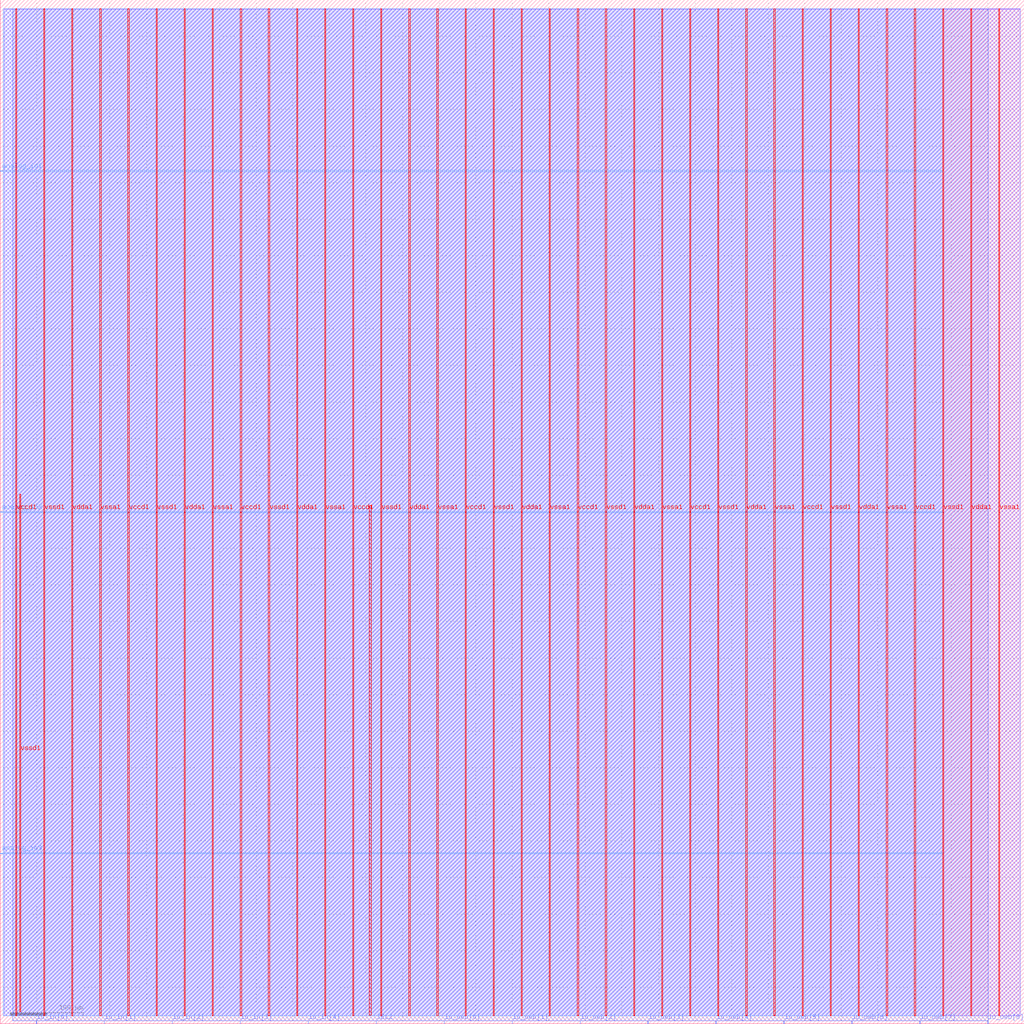
<source format=lef>
VERSION 5.7 ;
  NOWIREEXTENSIONATPIN ON ;
  DIVIDERCHAR "/" ;
  BUSBITCHARS "[]" ;
MACRO user_proj_example
  CLASS BLOCK ;
  FOREIGN user_proj_example ;
  ORIGIN 0.000 0.000 ;
  SIZE 1400.000 BY 1400.000 ;
  PIN SEL2
    DIRECTION INPUT ;
    USE SIGNAL ;
    ANTENNAGATEAREA 0.247500 ;
    PORT
      LAYER met2 ;
        RECT 513.910 0.000 514.190 4.000 ;
    END
  END SEL2
  PIN analog_io1
    DIRECTION INOUT ;
    USE SIGNAL ;
    ANTENNADIFFAREA 0.434700 ;
    PORT
      LAYER met3 ;
        RECT 0.000 1165.560 4.000 1166.160 ;
    END
  END analog_io1
  PIN analog_io2
    DIRECTION INOUT ;
    USE SIGNAL ;
    ANTENNADIFFAREA 0.434700 ;
    PORT
      LAYER met3 ;
        RECT 0.000 699.080 4.000 699.680 ;
    END
  END analog_io2
  PIN analog_io3
    DIRECTION INOUT ;
    USE SIGNAL ;
    ANTENNADIFFAREA 0.434700 ;
    PORT
      LAYER met3 ;
        RECT 0.000 232.600 4.000 233.200 ;
    END
  END analog_io3
  PIN io_in[0]
    DIRECTION INPUT ;
    USE SIGNAL ;
    ANTENNAGATEAREA 0.159000 ;
    PORT
      LAYER met2 ;
        RECT 49.310 0.000 49.590 4.000 ;
    END
  END io_in[0]
  PIN io_in[1]
    DIRECTION INPUT ;
    USE SIGNAL ;
    ANTENNAGATEAREA 0.213000 ;
    PORT
      LAYER met2 ;
        RECT 142.230 0.000 142.510 4.000 ;
    END
  END io_in[1]
  PIN io_in[2]
    DIRECTION INPUT ;
    USE SIGNAL ;
    ANTENNAGATEAREA 0.213000 ;
    PORT
      LAYER met2 ;
        RECT 235.150 0.000 235.430 4.000 ;
    END
  END io_in[2]
  PIN io_in[3]
    DIRECTION INPUT ;
    USE SIGNAL ;
    ANTENNAGATEAREA 0.213000 ;
    PORT
      LAYER met2 ;
        RECT 328.070 0.000 328.350 4.000 ;
    END
  END io_in[3]
  PIN io_in[4]
    DIRECTION INPUT ;
    USE SIGNAL ;
    ANTENNAGATEAREA 0.426000 ;
    PORT
      LAYER met2 ;
        RECT 420.990 0.000 421.270 4.000 ;
    END
  END io_in[4]
  PIN io_oeb[0]
    DIRECTION OUTPUT TRISTATE ;
    USE SIGNAL ;
    PORT
      LAYER met2 ;
        RECT 606.830 0.000 607.110 4.000 ;
    END
  END io_oeb[0]
  PIN io_oeb[1]
    DIRECTION OUTPUT TRISTATE ;
    USE SIGNAL ;
    PORT
      LAYER met2 ;
        RECT 699.750 0.000 700.030 4.000 ;
    END
  END io_oeb[1]
  PIN io_oeb[2]
    DIRECTION OUTPUT TRISTATE ;
    USE SIGNAL ;
    PORT
      LAYER met2 ;
        RECT 792.670 0.000 792.950 4.000 ;
    END
  END io_oeb[2]
  PIN io_oeb[3]
    DIRECTION OUTPUT TRISTATE ;
    USE SIGNAL ;
    PORT
      LAYER met2 ;
        RECT 885.590 0.000 885.870 4.000 ;
    END
  END io_oeb[3]
  PIN io_oeb[4]
    DIRECTION OUTPUT TRISTATE ;
    USE SIGNAL ;
    PORT
      LAYER met2 ;
        RECT 978.510 0.000 978.790 4.000 ;
    END
  END io_oeb[4]
  PIN io_oeb[5]
    DIRECTION OUTPUT TRISTATE ;
    USE SIGNAL ;
    PORT
      LAYER met2 ;
        RECT 1071.430 0.000 1071.710 4.000 ;
    END
  END io_oeb[5]
  PIN io_oeb[6]
    DIRECTION OUTPUT TRISTATE ;
    USE SIGNAL ;
    PORT
      LAYER met2 ;
        RECT 1164.350 0.000 1164.630 4.000 ;
    END
  END io_oeb[6]
  PIN io_oeb[7]
    DIRECTION OUTPUT TRISTATE ;
    USE SIGNAL ;
    PORT
      LAYER met2 ;
        RECT 1257.270 0.000 1257.550 4.000 ;
    END
  END io_oeb[7]
  PIN io_oeb[8]
    DIRECTION OUTPUT TRISTATE ;
    USE SIGNAL ;
    PORT
      LAYER met2 ;
        RECT 1350.190 0.000 1350.470 4.000 ;
    END
  END io_oeb[8]
  PIN vccd1
    DIRECTION INOUT ;
    USE POWER ;
    PORT
      LAYER met4 ;
        RECT 21.040 10.640 22.640 1387.440 ;
    END
    PORT
      LAYER met4 ;
        RECT 174.640 10.640 176.240 1387.440 ;
    END
    PORT
      LAYER met4 ;
        RECT 328.240 10.640 329.840 1387.440 ;
    END
    PORT
      LAYER met4 ;
        RECT 481.840 10.640 483.440 1387.440 ;
    END
    PORT
      LAYER met4 ;
        RECT 635.440 10.640 637.040 1387.440 ;
    END
    PORT
      LAYER met4 ;
        RECT 789.040 10.640 790.640 1387.440 ;
    END
    PORT
      LAYER met4 ;
        RECT 942.640 10.640 944.240 1387.440 ;
    END
    PORT
      LAYER met4 ;
        RECT 1096.240 10.640 1097.840 1387.440 ;
    END
    PORT
      LAYER met4 ;
        RECT 1249.840 10.640 1251.440 1387.440 ;
    END
  END vccd1
  PIN vdda1
    DIRECTION INOUT ;
    USE POWER ;
    PORT
      LAYER met4 ;
        RECT 97.840 10.640 99.440 1387.440 ;
    END
    PORT
      LAYER met4 ;
        RECT 251.440 10.640 253.040 1387.440 ;
    END
    PORT
      LAYER met4 ;
        RECT 405.040 10.640 406.640 1387.440 ;
    END
    PORT
      LAYER met4 ;
        RECT 558.640 10.640 560.240 1387.440 ;
    END
    PORT
      LAYER met4 ;
        RECT 712.240 10.640 713.840 1387.440 ;
    END
    PORT
      LAYER met4 ;
        RECT 865.840 10.640 867.440 1387.440 ;
    END
    PORT
      LAYER met4 ;
        RECT 1019.440 10.640 1021.040 1387.440 ;
    END
    PORT
      LAYER met4 ;
        RECT 1173.040 10.640 1174.640 1387.440 ;
    END
    PORT
      LAYER met4 ;
        RECT 1326.640 10.640 1328.240 1387.440 ;
    END
  END vdda1
  PIN vssa1
    DIRECTION INOUT ;
    USE GROUND ;
    PORT
      LAYER met4 ;
        RECT 136.240 10.640 137.840 1387.440 ;
    END
    PORT
      LAYER met4 ;
        RECT 289.840 10.640 291.440 1387.440 ;
    END
    PORT
      LAYER met4 ;
        RECT 443.440 10.640 445.040 1387.440 ;
    END
    PORT
      LAYER met4 ;
        RECT 597.040 10.640 598.640 1387.440 ;
    END
    PORT
      LAYER met4 ;
        RECT 750.640 10.640 752.240 1387.440 ;
    END
    PORT
      LAYER met4 ;
        RECT 904.240 10.640 905.840 1387.440 ;
    END
    PORT
      LAYER met4 ;
        RECT 1057.840 10.640 1059.440 1387.440 ;
    END
    PORT
      LAYER met4 ;
        RECT 1211.440 10.640 1213.040 1387.440 ;
    END
    PORT
      LAYER met4 ;
        RECT 1365.040 10.640 1366.640 1387.440 ;
    END
  END vssa1
  PIN vssd1
    DIRECTION INOUT ;
    USE GROUND ;
    PORT
      LAYER met4 ;
        RECT 59.440 10.640 61.040 1387.440 ;
    END
    PORT
      LAYER met4 ;
        RECT 213.040 10.640 214.640 1387.440 ;
    END
    PORT
      LAYER met4 ;
        RECT 366.640 10.640 368.240 1387.440 ;
    END
    PORT
      LAYER met4 ;
        RECT 520.240 10.640 521.840 1387.440 ;
    END
    PORT
      LAYER met4 ;
        RECT 673.840 10.640 675.440 1387.440 ;
    END
    PORT
      LAYER met4 ;
        RECT 827.440 10.640 829.040 1387.440 ;
    END
    PORT
      LAYER met4 ;
        RECT 981.040 10.640 982.640 1387.440 ;
    END
    PORT
      LAYER met4 ;
        RECT 1134.640 10.640 1136.240 1387.440 ;
    END
    PORT
      LAYER met4 ;
        RECT 1288.240 10.640 1289.840 1387.440 ;
    END
    PORT
      LAYER met4 ;
        RECT 26.340 16.080 27.940 723.760 ;
    END
  END vssd1
  OBS
      LAYER li1 ;
        RECT 5.520 10.795 1394.260 1387.285 ;
      LAYER met1 ;
        RECT 5.520 10.640 1394.260 1387.440 ;
      LAYER met2 ;
        RECT 17.110 4.280 1350.920 1387.385 ;
        RECT 17.110 4.000 49.030 4.280 ;
        RECT 49.870 4.000 141.950 4.280 ;
        RECT 142.790 4.000 234.870 4.280 ;
        RECT 235.710 4.000 327.790 4.280 ;
        RECT 328.630 4.000 420.710 4.280 ;
        RECT 421.550 4.000 513.630 4.280 ;
        RECT 514.470 4.000 606.550 4.280 ;
        RECT 607.390 4.000 699.470 4.280 ;
        RECT 700.310 4.000 792.390 4.280 ;
        RECT 793.230 4.000 885.310 4.280 ;
        RECT 886.150 4.000 978.230 4.280 ;
        RECT 979.070 4.000 1071.150 4.280 ;
        RECT 1071.990 4.000 1164.070 4.280 ;
        RECT 1164.910 4.000 1256.990 4.280 ;
        RECT 1257.830 4.000 1349.910 4.280 ;
        RECT 1350.750 4.000 1350.920 4.280 ;
      LAYER met3 ;
        RECT 4.000 1166.560 1289.830 1387.365 ;
        RECT 4.400 1165.160 1289.830 1166.560 ;
        RECT 4.000 700.080 1289.830 1165.160 ;
        RECT 4.400 698.680 1289.830 700.080 ;
        RECT 4.000 233.600 1289.830 698.680 ;
        RECT 4.400 232.200 1289.830 233.600 ;
        RECT 4.000 10.715 1289.830 232.200 ;
      LAYER met4 ;
        RECT 504.455 11.735 507.545 708.385 ;
  END
END user_proj_example
END LIBRARY


</source>
